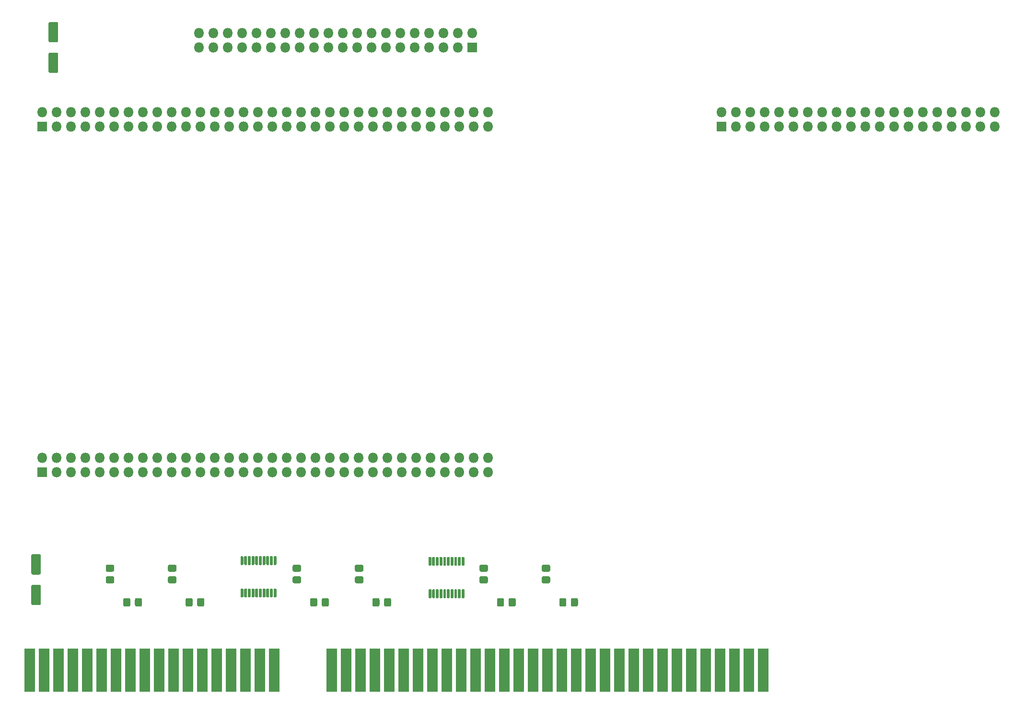
<source format=gbr>
%TF.GenerationSoftware,KiCad,Pcbnew,5.1.6-c6e7f7d~86~ubuntu18.04.1*%
%TF.CreationDate,2021-02-18T21:08:59+08:00*%
%TF.ProjectId,amiga_ocs,616d6967-615f-46f6-9373-2e6b69636164,rev?*%
%TF.SameCoordinates,Original*%
%TF.FileFunction,Soldermask,Top*%
%TF.FilePolarity,Negative*%
%FSLAX46Y46*%
G04 Gerber Fmt 4.6, Leading zero omitted, Abs format (unit mm)*
G04 Created by KiCad (PCBNEW 5.1.6-c6e7f7d~86~ubuntu18.04.1) date 2021-02-18 21:08:59*
%MOMM*%
%LPD*%
G01*
G04 APERTURE LIST*
%ADD10O,1.800000X1.800000*%
%ADD11R,1.800000X1.800000*%
%ADD12R,1.880000X7.720000*%
G04 APERTURE END LIST*
D10*
%TO.C,J5*%
X210260000Y-45460000D03*
X210260000Y-48000000D03*
X207720000Y-45460000D03*
X207720000Y-48000000D03*
X205180000Y-45460000D03*
X205180000Y-48000000D03*
X202640000Y-45460000D03*
X202640000Y-48000000D03*
X200100000Y-45460000D03*
X200100000Y-48000000D03*
X197560000Y-45460000D03*
X197560000Y-48000000D03*
X195020000Y-45460000D03*
X195020000Y-48000000D03*
X192480000Y-45460000D03*
X192480000Y-48000000D03*
X189940000Y-45460000D03*
X189940000Y-48000000D03*
X187400000Y-45460000D03*
X187400000Y-48000000D03*
X184860000Y-45460000D03*
X184860000Y-48000000D03*
X182320000Y-45460000D03*
X182320000Y-48000000D03*
X179780000Y-45460000D03*
X179780000Y-48000000D03*
X177240000Y-45460000D03*
X177240000Y-48000000D03*
X174700000Y-45460000D03*
X174700000Y-48000000D03*
X172160000Y-45460000D03*
X172160000Y-48000000D03*
X169620000Y-45460000D03*
X169620000Y-48000000D03*
X167080000Y-45460000D03*
X167080000Y-48000000D03*
X164540000Y-45460000D03*
X164540000Y-48000000D03*
X162000000Y-45460000D03*
D11*
X162000000Y-48000000D03*
%TD*%
%TO.C,C18*%
G36*
G01*
X87478262Y-126600000D02*
X86521738Y-126600000D01*
G75*
G02*
X86250000Y-126328262I0J271738D01*
G01*
X86250000Y-125621738D01*
G75*
G02*
X86521738Y-125350000I271738J0D01*
G01*
X87478262Y-125350000D01*
G75*
G02*
X87750000Y-125621738I0J-271738D01*
G01*
X87750000Y-126328262D01*
G75*
G02*
X87478262Y-126600000I-271738J0D01*
G01*
G37*
G36*
G01*
X87478262Y-128650000D02*
X86521738Y-128650000D01*
G75*
G02*
X86250000Y-128378262I0J271738D01*
G01*
X86250000Y-127671738D01*
G75*
G02*
X86521738Y-127400000I271738J0D01*
G01*
X87478262Y-127400000D01*
G75*
G02*
X87750000Y-127671738I0J-271738D01*
G01*
X87750000Y-128378262D01*
G75*
G02*
X87478262Y-128650000I-271738J0D01*
G01*
G37*
%TD*%
%TO.C,C17*%
G36*
G01*
X98478262Y-126600000D02*
X97521738Y-126600000D01*
G75*
G02*
X97250000Y-126328262I0J271738D01*
G01*
X97250000Y-125621738D01*
G75*
G02*
X97521738Y-125350000I271738J0D01*
G01*
X98478262Y-125350000D01*
G75*
G02*
X98750000Y-125621738I0J-271738D01*
G01*
X98750000Y-126328262D01*
G75*
G02*
X98478262Y-126600000I-271738J0D01*
G01*
G37*
G36*
G01*
X98478262Y-128650000D02*
X97521738Y-128650000D01*
G75*
G02*
X97250000Y-128378262I0J271738D01*
G01*
X97250000Y-127671738D01*
G75*
G02*
X97521738Y-127400000I271738J0D01*
G01*
X98478262Y-127400000D01*
G75*
G02*
X98750000Y-127671738I0J-271738D01*
G01*
X98750000Y-128378262D01*
G75*
G02*
X98478262Y-128650000I-271738J0D01*
G01*
G37*
%TD*%
%TO.C,C16*%
G36*
G01*
X120478262Y-126600000D02*
X119521738Y-126600000D01*
G75*
G02*
X119250000Y-126328262I0J271738D01*
G01*
X119250000Y-125621738D01*
G75*
G02*
X119521738Y-125350000I271738J0D01*
G01*
X120478262Y-125350000D01*
G75*
G02*
X120750000Y-125621738I0J-271738D01*
G01*
X120750000Y-126328262D01*
G75*
G02*
X120478262Y-126600000I-271738J0D01*
G01*
G37*
G36*
G01*
X120478262Y-128650000D02*
X119521738Y-128650000D01*
G75*
G02*
X119250000Y-128378262I0J271738D01*
G01*
X119250000Y-127671738D01*
G75*
G02*
X119521738Y-127400000I271738J0D01*
G01*
X120478262Y-127400000D01*
G75*
G02*
X120750000Y-127671738I0J-271738D01*
G01*
X120750000Y-128378262D01*
G75*
G02*
X120478262Y-128650000I-271738J0D01*
G01*
G37*
%TD*%
%TO.C,C15*%
G36*
G01*
X131478262Y-126600000D02*
X130521738Y-126600000D01*
G75*
G02*
X130250000Y-126328262I0J271738D01*
G01*
X130250000Y-125621738D01*
G75*
G02*
X130521738Y-125350000I271738J0D01*
G01*
X131478262Y-125350000D01*
G75*
G02*
X131750000Y-125621738I0J-271738D01*
G01*
X131750000Y-126328262D01*
G75*
G02*
X131478262Y-126600000I-271738J0D01*
G01*
G37*
G36*
G01*
X131478262Y-128650000D02*
X130521738Y-128650000D01*
G75*
G02*
X130250000Y-128378262I0J271738D01*
G01*
X130250000Y-127671738D01*
G75*
G02*
X130521738Y-127400000I271738J0D01*
G01*
X131478262Y-127400000D01*
G75*
G02*
X131750000Y-127671738I0J-271738D01*
G01*
X131750000Y-128378262D01*
G75*
G02*
X131478262Y-128650000I-271738J0D01*
G01*
G37*
%TD*%
%TO.C,C12*%
G36*
G01*
X65478262Y-126600000D02*
X64521738Y-126600000D01*
G75*
G02*
X64250000Y-126328262I0J271738D01*
G01*
X64250000Y-125621738D01*
G75*
G02*
X64521738Y-125350000I271738J0D01*
G01*
X65478262Y-125350000D01*
G75*
G02*
X65750000Y-125621738I0J-271738D01*
G01*
X65750000Y-126328262D01*
G75*
G02*
X65478262Y-126600000I-271738J0D01*
G01*
G37*
G36*
G01*
X65478262Y-128650000D02*
X64521738Y-128650000D01*
G75*
G02*
X64250000Y-128378262I0J271738D01*
G01*
X64250000Y-127671738D01*
G75*
G02*
X64521738Y-127400000I271738J0D01*
G01*
X65478262Y-127400000D01*
G75*
G02*
X65750000Y-127671738I0J-271738D01*
G01*
X65750000Y-128378262D01*
G75*
G02*
X65478262Y-128650000I-271738J0D01*
G01*
G37*
%TD*%
%TO.C,C11*%
G36*
G01*
X53521738Y-127400000D02*
X54478262Y-127400000D01*
G75*
G02*
X54750000Y-127671738I0J-271738D01*
G01*
X54750000Y-128378262D01*
G75*
G02*
X54478262Y-128650000I-271738J0D01*
G01*
X53521738Y-128650000D01*
G75*
G02*
X53250000Y-128378262I0J271738D01*
G01*
X53250000Y-127671738D01*
G75*
G02*
X53521738Y-127400000I271738J0D01*
G01*
G37*
G36*
G01*
X53521738Y-125350000D02*
X54478262Y-125350000D01*
G75*
G02*
X54750000Y-125621738I0J-271738D01*
G01*
X54750000Y-126328262D01*
G75*
G02*
X54478262Y-126600000I-271738J0D01*
G01*
X53521738Y-126600000D01*
G75*
G02*
X53250000Y-126328262I0J271738D01*
G01*
X53250000Y-125621738D01*
G75*
G02*
X53521738Y-125350000I271738J0D01*
G01*
G37*
%TD*%
%TO.C,C10*%
G36*
G01*
X43415625Y-34900000D02*
X44584375Y-34900000D01*
G75*
G02*
X44850000Y-35165625I0J-265625D01*
G01*
X44850000Y-38234375D01*
G75*
G02*
X44584375Y-38500000I-265625J0D01*
G01*
X43415625Y-38500000D01*
G75*
G02*
X43150000Y-38234375I0J265625D01*
G01*
X43150000Y-35165625D01*
G75*
G02*
X43415625Y-34900000I265625J0D01*
G01*
G37*
G36*
G01*
X43415625Y-29500000D02*
X44584375Y-29500000D01*
G75*
G02*
X44850000Y-29765625I0J-265625D01*
G01*
X44850000Y-32834375D01*
G75*
G02*
X44584375Y-33100000I-265625J0D01*
G01*
X43415625Y-33100000D01*
G75*
G02*
X43150000Y-32834375I0J265625D01*
G01*
X43150000Y-29765625D01*
G75*
G02*
X43415625Y-29500000I265625J0D01*
G01*
G37*
%TD*%
%TO.C,C9*%
G36*
G01*
X135400000Y-132478262D02*
X135400000Y-131521738D01*
G75*
G02*
X135671738Y-131250000I271738J0D01*
G01*
X136378262Y-131250000D01*
G75*
G02*
X136650000Y-131521738I0J-271738D01*
G01*
X136650000Y-132478262D01*
G75*
G02*
X136378262Y-132750000I-271738J0D01*
G01*
X135671738Y-132750000D01*
G75*
G02*
X135400000Y-132478262I0J271738D01*
G01*
G37*
G36*
G01*
X133350000Y-132478262D02*
X133350000Y-131521738D01*
G75*
G02*
X133621738Y-131250000I271738J0D01*
G01*
X134328262Y-131250000D01*
G75*
G02*
X134600000Y-131521738I0J-271738D01*
G01*
X134600000Y-132478262D01*
G75*
G02*
X134328262Y-132750000I-271738J0D01*
G01*
X133621738Y-132750000D01*
G75*
G02*
X133350000Y-132478262I0J271738D01*
G01*
G37*
%TD*%
%TO.C,C8*%
G36*
G01*
X124400000Y-132478262D02*
X124400000Y-131521738D01*
G75*
G02*
X124671738Y-131250000I271738J0D01*
G01*
X125378262Y-131250000D01*
G75*
G02*
X125650000Y-131521738I0J-271738D01*
G01*
X125650000Y-132478262D01*
G75*
G02*
X125378262Y-132750000I-271738J0D01*
G01*
X124671738Y-132750000D01*
G75*
G02*
X124400000Y-132478262I0J271738D01*
G01*
G37*
G36*
G01*
X122350000Y-132478262D02*
X122350000Y-131521738D01*
G75*
G02*
X122621738Y-131250000I271738J0D01*
G01*
X123328262Y-131250000D01*
G75*
G02*
X123600000Y-131521738I0J-271738D01*
G01*
X123600000Y-132478262D01*
G75*
G02*
X123328262Y-132750000I-271738J0D01*
G01*
X122621738Y-132750000D01*
G75*
G02*
X122350000Y-132478262I0J271738D01*
G01*
G37*
%TD*%
%TO.C,C7*%
G36*
G01*
X102400000Y-132478262D02*
X102400000Y-131521738D01*
G75*
G02*
X102671738Y-131250000I271738J0D01*
G01*
X103378262Y-131250000D01*
G75*
G02*
X103650000Y-131521738I0J-271738D01*
G01*
X103650000Y-132478262D01*
G75*
G02*
X103378262Y-132750000I-271738J0D01*
G01*
X102671738Y-132750000D01*
G75*
G02*
X102400000Y-132478262I0J271738D01*
G01*
G37*
G36*
G01*
X100350000Y-132478262D02*
X100350000Y-131521738D01*
G75*
G02*
X100621738Y-131250000I271738J0D01*
G01*
X101328262Y-131250000D01*
G75*
G02*
X101600000Y-131521738I0J-271738D01*
G01*
X101600000Y-132478262D01*
G75*
G02*
X101328262Y-132750000I-271738J0D01*
G01*
X100621738Y-132750000D01*
G75*
G02*
X100350000Y-132478262I0J271738D01*
G01*
G37*
%TD*%
%TO.C,C6*%
G36*
G01*
X91400000Y-132478262D02*
X91400000Y-131521738D01*
G75*
G02*
X91671738Y-131250000I271738J0D01*
G01*
X92378262Y-131250000D01*
G75*
G02*
X92650000Y-131521738I0J-271738D01*
G01*
X92650000Y-132478262D01*
G75*
G02*
X92378262Y-132750000I-271738J0D01*
G01*
X91671738Y-132750000D01*
G75*
G02*
X91400000Y-132478262I0J271738D01*
G01*
G37*
G36*
G01*
X89350000Y-132478262D02*
X89350000Y-131521738D01*
G75*
G02*
X89621738Y-131250000I271738J0D01*
G01*
X90328262Y-131250000D01*
G75*
G02*
X90600000Y-131521738I0J-271738D01*
G01*
X90600000Y-132478262D01*
G75*
G02*
X90328262Y-132750000I-271738J0D01*
G01*
X89621738Y-132750000D01*
G75*
G02*
X89350000Y-132478262I0J271738D01*
G01*
G37*
%TD*%
%TO.C,C3*%
G36*
G01*
X69400000Y-132478262D02*
X69400000Y-131521738D01*
G75*
G02*
X69671738Y-131250000I271738J0D01*
G01*
X70378262Y-131250000D01*
G75*
G02*
X70650000Y-131521738I0J-271738D01*
G01*
X70650000Y-132478262D01*
G75*
G02*
X70378262Y-132750000I-271738J0D01*
G01*
X69671738Y-132750000D01*
G75*
G02*
X69400000Y-132478262I0J271738D01*
G01*
G37*
G36*
G01*
X67350000Y-132478262D02*
X67350000Y-131521738D01*
G75*
G02*
X67621738Y-131250000I271738J0D01*
G01*
X68328262Y-131250000D01*
G75*
G02*
X68600000Y-131521738I0J-271738D01*
G01*
X68600000Y-132478262D01*
G75*
G02*
X68328262Y-132750000I-271738J0D01*
G01*
X67621738Y-132750000D01*
G75*
G02*
X67350000Y-132478262I0J271738D01*
G01*
G37*
%TD*%
%TO.C,C2*%
G36*
G01*
X58400000Y-132478262D02*
X58400000Y-131521738D01*
G75*
G02*
X58671738Y-131250000I271738J0D01*
G01*
X59378262Y-131250000D01*
G75*
G02*
X59650000Y-131521738I0J-271738D01*
G01*
X59650000Y-132478262D01*
G75*
G02*
X59378262Y-132750000I-271738J0D01*
G01*
X58671738Y-132750000D01*
G75*
G02*
X58400000Y-132478262I0J271738D01*
G01*
G37*
G36*
G01*
X56350000Y-132478262D02*
X56350000Y-131521738D01*
G75*
G02*
X56621738Y-131250000I271738J0D01*
G01*
X57328262Y-131250000D01*
G75*
G02*
X57600000Y-131521738I0J-271738D01*
G01*
X57600000Y-132478262D01*
G75*
G02*
X57328262Y-132750000I-271738J0D01*
G01*
X56621738Y-132750000D01*
G75*
G02*
X56350000Y-132478262I0J271738D01*
G01*
G37*
%TD*%
%TO.C,C1*%
G36*
G01*
X40360625Y-128899000D02*
X41529375Y-128899000D01*
G75*
G02*
X41795000Y-129164625I0J-265625D01*
G01*
X41795000Y-132233375D01*
G75*
G02*
X41529375Y-132499000I-265625J0D01*
G01*
X40360625Y-132499000D01*
G75*
G02*
X40095000Y-132233375I0J265625D01*
G01*
X40095000Y-129164625D01*
G75*
G02*
X40360625Y-128899000I265625J0D01*
G01*
G37*
G36*
G01*
X40360625Y-123499000D02*
X41529375Y-123499000D01*
G75*
G02*
X41795000Y-123764625I0J-265625D01*
G01*
X41795000Y-126833375D01*
G75*
G02*
X41529375Y-127099000I-265625J0D01*
G01*
X40360625Y-127099000D01*
G75*
G02*
X40095000Y-126833375I0J265625D01*
G01*
X40095000Y-123764625D01*
G75*
G02*
X40360625Y-123499000I265625J0D01*
G01*
G37*
%TD*%
D12*
%TO.C,J1*%
X39824000Y-144000000D03*
X42364000Y-144000000D03*
X44904000Y-144000000D03*
X47444000Y-144000000D03*
X49984000Y-144000000D03*
X52524000Y-144000000D03*
X55064000Y-144000000D03*
X57604000Y-144000000D03*
X60144000Y-144000000D03*
X62684000Y-144000000D03*
X65224000Y-144000000D03*
X67764000Y-144000000D03*
X70304000Y-144000000D03*
X72844000Y-144000000D03*
X75384000Y-144000000D03*
X77924000Y-144000000D03*
X80464000Y-144000000D03*
X83004000Y-144000000D03*
X93164000Y-144000000D03*
X95704000Y-144000000D03*
X98244000Y-144000000D03*
X100784000Y-144000000D03*
X103324000Y-144000000D03*
X105864000Y-144000000D03*
X108404000Y-144000000D03*
X110944000Y-144000000D03*
X113484000Y-144000000D03*
X116024000Y-144000000D03*
X118564000Y-144000000D03*
X121104000Y-144000000D03*
X123644000Y-144000000D03*
X126184000Y-144000000D03*
X128724000Y-144000000D03*
X131264000Y-144000000D03*
X133804000Y-144000000D03*
X136344000Y-144000000D03*
X138884000Y-144000000D03*
X141424000Y-144000000D03*
X143964000Y-144000000D03*
X146504000Y-144000000D03*
X149044000Y-144000000D03*
X151584000Y-144000000D03*
X154124000Y-144000000D03*
X156664000Y-144000000D03*
X159204000Y-144000000D03*
X161744000Y-144000000D03*
X164284000Y-144000000D03*
X166824000Y-144000000D03*
X169364000Y-144000000D03*
%TD*%
D10*
%TO.C,J2*%
X120740000Y-106460000D03*
X120740000Y-109000000D03*
X118200000Y-106460000D03*
X118200000Y-109000000D03*
X115660000Y-106460000D03*
X115660000Y-109000000D03*
X113120000Y-106460000D03*
X113120000Y-109000000D03*
X110580000Y-106460000D03*
X110580000Y-109000000D03*
X108040000Y-106460000D03*
X108040000Y-109000000D03*
X105500000Y-106460000D03*
X105500000Y-109000000D03*
X102960000Y-106460000D03*
X102960000Y-109000000D03*
X100420000Y-106460000D03*
X100420000Y-109000000D03*
X97880000Y-106460000D03*
X97880000Y-109000000D03*
X95340000Y-106460000D03*
X95340000Y-109000000D03*
X92800000Y-106460000D03*
X92800000Y-109000000D03*
X90260000Y-106460000D03*
X90260000Y-109000000D03*
X87720000Y-106460000D03*
X87720000Y-109000000D03*
X85180000Y-106460000D03*
X85180000Y-109000000D03*
X82640000Y-106460000D03*
X82640000Y-109000000D03*
X80100000Y-106460000D03*
X80100000Y-109000000D03*
X77560000Y-106460000D03*
X77560000Y-109000000D03*
X75020000Y-106460000D03*
X75020000Y-109000000D03*
X72480000Y-106460000D03*
X72480000Y-109000000D03*
X69940000Y-106460000D03*
X69940000Y-109000000D03*
X67400000Y-106460000D03*
X67400000Y-109000000D03*
X64860000Y-106460000D03*
X64860000Y-109000000D03*
X62320000Y-106460000D03*
X62320000Y-109000000D03*
X59780000Y-106460000D03*
X59780000Y-109000000D03*
X57240000Y-106460000D03*
X57240000Y-109000000D03*
X54700000Y-106460000D03*
X54700000Y-109000000D03*
X52160000Y-106460000D03*
X52160000Y-109000000D03*
X49620000Y-106460000D03*
X49620000Y-109000000D03*
X47080000Y-106460000D03*
X47080000Y-109000000D03*
X44540000Y-106460000D03*
X44540000Y-109000000D03*
X42000000Y-106460000D03*
D11*
X42000000Y-109000000D03*
%TD*%
D10*
%TO.C,J3*%
X120740000Y-45460000D03*
X120740000Y-48000000D03*
X118200000Y-45460000D03*
X118200000Y-48000000D03*
X115660000Y-45460000D03*
X115660000Y-48000000D03*
X113120000Y-45460000D03*
X113120000Y-48000000D03*
X110580000Y-45460000D03*
X110580000Y-48000000D03*
X108040000Y-45460000D03*
X108040000Y-48000000D03*
X105500000Y-45460000D03*
X105500000Y-48000000D03*
X102960000Y-45460000D03*
X102960000Y-48000000D03*
X100420000Y-45460000D03*
X100420000Y-48000000D03*
X97880000Y-45460000D03*
X97880000Y-48000000D03*
X95340000Y-45460000D03*
X95340000Y-48000000D03*
X92800000Y-45460000D03*
X92800000Y-48000000D03*
X90260000Y-45460000D03*
X90260000Y-48000000D03*
X87720000Y-45460000D03*
X87720000Y-48000000D03*
X85180000Y-45460000D03*
X85180000Y-48000000D03*
X82640000Y-45460000D03*
X82640000Y-48000000D03*
X80100000Y-45460000D03*
X80100000Y-48000000D03*
X77560000Y-45460000D03*
X77560000Y-48000000D03*
X75020000Y-45460000D03*
X75020000Y-48000000D03*
X72480000Y-45460000D03*
X72480000Y-48000000D03*
X69940000Y-45460000D03*
X69940000Y-48000000D03*
X67400000Y-45460000D03*
X67400000Y-48000000D03*
X64860000Y-45460000D03*
X64860000Y-48000000D03*
X62320000Y-45460000D03*
X62320000Y-48000000D03*
X59780000Y-45460000D03*
X59780000Y-48000000D03*
X57240000Y-45460000D03*
X57240000Y-48000000D03*
X54700000Y-45460000D03*
X54700000Y-48000000D03*
X52160000Y-45460000D03*
X52160000Y-48000000D03*
X49620000Y-45460000D03*
X49620000Y-48000000D03*
X47080000Y-45460000D03*
X47080000Y-48000000D03*
X44540000Y-45460000D03*
X44540000Y-48000000D03*
X42000000Y-45460000D03*
D11*
X42000000Y-48000000D03*
%TD*%
D10*
%TO.C,J4*%
X69740000Y-31460000D03*
X69740000Y-34000000D03*
X72280000Y-31460000D03*
X72280000Y-34000000D03*
X74820000Y-31460000D03*
X74820000Y-34000000D03*
X77360000Y-31460000D03*
X77360000Y-34000000D03*
X79900000Y-31460000D03*
X79900000Y-34000000D03*
X82440000Y-31460000D03*
X82440000Y-34000000D03*
X84980000Y-31460000D03*
X84980000Y-34000000D03*
X87520000Y-31460000D03*
X87520000Y-34000000D03*
X90060000Y-31460000D03*
X90060000Y-34000000D03*
X92600000Y-31460000D03*
X92600000Y-34000000D03*
X95140000Y-31460000D03*
X95140000Y-34000000D03*
X97680000Y-31460000D03*
X97680000Y-34000000D03*
X100220000Y-31460000D03*
X100220000Y-34000000D03*
X102760000Y-31460000D03*
X102760000Y-34000000D03*
X105300000Y-31460000D03*
X105300000Y-34000000D03*
X107840000Y-31460000D03*
X107840000Y-34000000D03*
X110380000Y-31460000D03*
X110380000Y-34000000D03*
X112920000Y-31460000D03*
X112920000Y-34000000D03*
X115460000Y-31460000D03*
X115460000Y-34000000D03*
X118000000Y-31460000D03*
D11*
X118000000Y-34000000D03*
%TD*%
%TO.C,U1*%
G36*
G01*
X83024300Y-129566000D02*
X83274300Y-129566000D01*
G75*
G02*
X83399300Y-129691000I0J-125000D01*
G01*
X83399300Y-131016000D01*
G75*
G02*
X83274300Y-131141000I-125000J0D01*
G01*
X83024300Y-131141000D01*
G75*
G02*
X82899300Y-131016000I0J125000D01*
G01*
X82899300Y-129691000D01*
G75*
G02*
X83024300Y-129566000I125000J0D01*
G01*
G37*
G36*
G01*
X82374300Y-129566000D02*
X82624300Y-129566000D01*
G75*
G02*
X82749300Y-129691000I0J-125000D01*
G01*
X82749300Y-131016000D01*
G75*
G02*
X82624300Y-131141000I-125000J0D01*
G01*
X82374300Y-131141000D01*
G75*
G02*
X82249300Y-131016000I0J125000D01*
G01*
X82249300Y-129691000D01*
G75*
G02*
X82374300Y-129566000I125000J0D01*
G01*
G37*
G36*
G01*
X81724300Y-129566000D02*
X81974300Y-129566000D01*
G75*
G02*
X82099300Y-129691000I0J-125000D01*
G01*
X82099300Y-131016000D01*
G75*
G02*
X81974300Y-131141000I-125000J0D01*
G01*
X81724300Y-131141000D01*
G75*
G02*
X81599300Y-131016000I0J125000D01*
G01*
X81599300Y-129691000D01*
G75*
G02*
X81724300Y-129566000I125000J0D01*
G01*
G37*
G36*
G01*
X81074300Y-129566000D02*
X81324300Y-129566000D01*
G75*
G02*
X81449300Y-129691000I0J-125000D01*
G01*
X81449300Y-131016000D01*
G75*
G02*
X81324300Y-131141000I-125000J0D01*
G01*
X81074300Y-131141000D01*
G75*
G02*
X80949300Y-131016000I0J125000D01*
G01*
X80949300Y-129691000D01*
G75*
G02*
X81074300Y-129566000I125000J0D01*
G01*
G37*
G36*
G01*
X80424300Y-129566000D02*
X80674300Y-129566000D01*
G75*
G02*
X80799300Y-129691000I0J-125000D01*
G01*
X80799300Y-131016000D01*
G75*
G02*
X80674300Y-131141000I-125000J0D01*
G01*
X80424300Y-131141000D01*
G75*
G02*
X80299300Y-131016000I0J125000D01*
G01*
X80299300Y-129691000D01*
G75*
G02*
X80424300Y-129566000I125000J0D01*
G01*
G37*
G36*
G01*
X79774300Y-129566000D02*
X80024300Y-129566000D01*
G75*
G02*
X80149300Y-129691000I0J-125000D01*
G01*
X80149300Y-131016000D01*
G75*
G02*
X80024300Y-131141000I-125000J0D01*
G01*
X79774300Y-131141000D01*
G75*
G02*
X79649300Y-131016000I0J125000D01*
G01*
X79649300Y-129691000D01*
G75*
G02*
X79774300Y-129566000I125000J0D01*
G01*
G37*
G36*
G01*
X79124300Y-129566000D02*
X79374300Y-129566000D01*
G75*
G02*
X79499300Y-129691000I0J-125000D01*
G01*
X79499300Y-131016000D01*
G75*
G02*
X79374300Y-131141000I-125000J0D01*
G01*
X79124300Y-131141000D01*
G75*
G02*
X78999300Y-131016000I0J125000D01*
G01*
X78999300Y-129691000D01*
G75*
G02*
X79124300Y-129566000I125000J0D01*
G01*
G37*
G36*
G01*
X78474300Y-129566000D02*
X78724300Y-129566000D01*
G75*
G02*
X78849300Y-129691000I0J-125000D01*
G01*
X78849300Y-131016000D01*
G75*
G02*
X78724300Y-131141000I-125000J0D01*
G01*
X78474300Y-131141000D01*
G75*
G02*
X78349300Y-131016000I0J125000D01*
G01*
X78349300Y-129691000D01*
G75*
G02*
X78474300Y-129566000I125000J0D01*
G01*
G37*
G36*
G01*
X77824300Y-129566000D02*
X78074300Y-129566000D01*
G75*
G02*
X78199300Y-129691000I0J-125000D01*
G01*
X78199300Y-131016000D01*
G75*
G02*
X78074300Y-131141000I-125000J0D01*
G01*
X77824300Y-131141000D01*
G75*
G02*
X77699300Y-131016000I0J125000D01*
G01*
X77699300Y-129691000D01*
G75*
G02*
X77824300Y-129566000I125000J0D01*
G01*
G37*
G36*
G01*
X77174300Y-129566000D02*
X77424300Y-129566000D01*
G75*
G02*
X77549300Y-129691000I0J-125000D01*
G01*
X77549300Y-131016000D01*
G75*
G02*
X77424300Y-131141000I-125000J0D01*
G01*
X77174300Y-131141000D01*
G75*
G02*
X77049300Y-131016000I0J125000D01*
G01*
X77049300Y-129691000D01*
G75*
G02*
X77174300Y-129566000I125000J0D01*
G01*
G37*
G36*
G01*
X77174300Y-123841000D02*
X77424300Y-123841000D01*
G75*
G02*
X77549300Y-123966000I0J-125000D01*
G01*
X77549300Y-125291000D01*
G75*
G02*
X77424300Y-125416000I-125000J0D01*
G01*
X77174300Y-125416000D01*
G75*
G02*
X77049300Y-125291000I0J125000D01*
G01*
X77049300Y-123966000D01*
G75*
G02*
X77174300Y-123841000I125000J0D01*
G01*
G37*
G36*
G01*
X77824300Y-123841000D02*
X78074300Y-123841000D01*
G75*
G02*
X78199300Y-123966000I0J-125000D01*
G01*
X78199300Y-125291000D01*
G75*
G02*
X78074300Y-125416000I-125000J0D01*
G01*
X77824300Y-125416000D01*
G75*
G02*
X77699300Y-125291000I0J125000D01*
G01*
X77699300Y-123966000D01*
G75*
G02*
X77824300Y-123841000I125000J0D01*
G01*
G37*
G36*
G01*
X78474300Y-123841000D02*
X78724300Y-123841000D01*
G75*
G02*
X78849300Y-123966000I0J-125000D01*
G01*
X78849300Y-125291000D01*
G75*
G02*
X78724300Y-125416000I-125000J0D01*
G01*
X78474300Y-125416000D01*
G75*
G02*
X78349300Y-125291000I0J125000D01*
G01*
X78349300Y-123966000D01*
G75*
G02*
X78474300Y-123841000I125000J0D01*
G01*
G37*
G36*
G01*
X79124300Y-123841000D02*
X79374300Y-123841000D01*
G75*
G02*
X79499300Y-123966000I0J-125000D01*
G01*
X79499300Y-125291000D01*
G75*
G02*
X79374300Y-125416000I-125000J0D01*
G01*
X79124300Y-125416000D01*
G75*
G02*
X78999300Y-125291000I0J125000D01*
G01*
X78999300Y-123966000D01*
G75*
G02*
X79124300Y-123841000I125000J0D01*
G01*
G37*
G36*
G01*
X79774300Y-123841000D02*
X80024300Y-123841000D01*
G75*
G02*
X80149300Y-123966000I0J-125000D01*
G01*
X80149300Y-125291000D01*
G75*
G02*
X80024300Y-125416000I-125000J0D01*
G01*
X79774300Y-125416000D01*
G75*
G02*
X79649300Y-125291000I0J125000D01*
G01*
X79649300Y-123966000D01*
G75*
G02*
X79774300Y-123841000I125000J0D01*
G01*
G37*
G36*
G01*
X80424300Y-123841000D02*
X80674300Y-123841000D01*
G75*
G02*
X80799300Y-123966000I0J-125000D01*
G01*
X80799300Y-125291000D01*
G75*
G02*
X80674300Y-125416000I-125000J0D01*
G01*
X80424300Y-125416000D01*
G75*
G02*
X80299300Y-125291000I0J125000D01*
G01*
X80299300Y-123966000D01*
G75*
G02*
X80424300Y-123841000I125000J0D01*
G01*
G37*
G36*
G01*
X81074300Y-123841000D02*
X81324300Y-123841000D01*
G75*
G02*
X81449300Y-123966000I0J-125000D01*
G01*
X81449300Y-125291000D01*
G75*
G02*
X81324300Y-125416000I-125000J0D01*
G01*
X81074300Y-125416000D01*
G75*
G02*
X80949300Y-125291000I0J125000D01*
G01*
X80949300Y-123966000D01*
G75*
G02*
X81074300Y-123841000I125000J0D01*
G01*
G37*
G36*
G01*
X81724300Y-123841000D02*
X81974300Y-123841000D01*
G75*
G02*
X82099300Y-123966000I0J-125000D01*
G01*
X82099300Y-125291000D01*
G75*
G02*
X81974300Y-125416000I-125000J0D01*
G01*
X81724300Y-125416000D01*
G75*
G02*
X81599300Y-125291000I0J125000D01*
G01*
X81599300Y-123966000D01*
G75*
G02*
X81724300Y-123841000I125000J0D01*
G01*
G37*
G36*
G01*
X82374300Y-123841000D02*
X82624300Y-123841000D01*
G75*
G02*
X82749300Y-123966000I0J-125000D01*
G01*
X82749300Y-125291000D01*
G75*
G02*
X82624300Y-125416000I-125000J0D01*
G01*
X82374300Y-125416000D01*
G75*
G02*
X82249300Y-125291000I0J125000D01*
G01*
X82249300Y-123966000D01*
G75*
G02*
X82374300Y-123841000I125000J0D01*
G01*
G37*
G36*
G01*
X83024300Y-123841000D02*
X83274300Y-123841000D01*
G75*
G02*
X83399300Y-123966000I0J-125000D01*
G01*
X83399300Y-125291000D01*
G75*
G02*
X83274300Y-125416000I-125000J0D01*
G01*
X83024300Y-125416000D01*
G75*
G02*
X82899300Y-125291000I0J125000D01*
G01*
X82899300Y-123966000D01*
G75*
G02*
X83024300Y-123841000I125000J0D01*
G01*
G37*
%TD*%
%TO.C,U2*%
G36*
G01*
X116226000Y-129693000D02*
X116476000Y-129693000D01*
G75*
G02*
X116601000Y-129818000I0J-125000D01*
G01*
X116601000Y-131143000D01*
G75*
G02*
X116476000Y-131268000I-125000J0D01*
G01*
X116226000Y-131268000D01*
G75*
G02*
X116101000Y-131143000I0J125000D01*
G01*
X116101000Y-129818000D01*
G75*
G02*
X116226000Y-129693000I125000J0D01*
G01*
G37*
G36*
G01*
X115576000Y-129693000D02*
X115826000Y-129693000D01*
G75*
G02*
X115951000Y-129818000I0J-125000D01*
G01*
X115951000Y-131143000D01*
G75*
G02*
X115826000Y-131268000I-125000J0D01*
G01*
X115576000Y-131268000D01*
G75*
G02*
X115451000Y-131143000I0J125000D01*
G01*
X115451000Y-129818000D01*
G75*
G02*
X115576000Y-129693000I125000J0D01*
G01*
G37*
G36*
G01*
X114926000Y-129693000D02*
X115176000Y-129693000D01*
G75*
G02*
X115301000Y-129818000I0J-125000D01*
G01*
X115301000Y-131143000D01*
G75*
G02*
X115176000Y-131268000I-125000J0D01*
G01*
X114926000Y-131268000D01*
G75*
G02*
X114801000Y-131143000I0J125000D01*
G01*
X114801000Y-129818000D01*
G75*
G02*
X114926000Y-129693000I125000J0D01*
G01*
G37*
G36*
G01*
X114276000Y-129693000D02*
X114526000Y-129693000D01*
G75*
G02*
X114651000Y-129818000I0J-125000D01*
G01*
X114651000Y-131143000D01*
G75*
G02*
X114526000Y-131268000I-125000J0D01*
G01*
X114276000Y-131268000D01*
G75*
G02*
X114151000Y-131143000I0J125000D01*
G01*
X114151000Y-129818000D01*
G75*
G02*
X114276000Y-129693000I125000J0D01*
G01*
G37*
G36*
G01*
X113626000Y-129693000D02*
X113876000Y-129693000D01*
G75*
G02*
X114001000Y-129818000I0J-125000D01*
G01*
X114001000Y-131143000D01*
G75*
G02*
X113876000Y-131268000I-125000J0D01*
G01*
X113626000Y-131268000D01*
G75*
G02*
X113501000Y-131143000I0J125000D01*
G01*
X113501000Y-129818000D01*
G75*
G02*
X113626000Y-129693000I125000J0D01*
G01*
G37*
G36*
G01*
X112976000Y-129693000D02*
X113226000Y-129693000D01*
G75*
G02*
X113351000Y-129818000I0J-125000D01*
G01*
X113351000Y-131143000D01*
G75*
G02*
X113226000Y-131268000I-125000J0D01*
G01*
X112976000Y-131268000D01*
G75*
G02*
X112851000Y-131143000I0J125000D01*
G01*
X112851000Y-129818000D01*
G75*
G02*
X112976000Y-129693000I125000J0D01*
G01*
G37*
G36*
G01*
X112326000Y-129693000D02*
X112576000Y-129693000D01*
G75*
G02*
X112701000Y-129818000I0J-125000D01*
G01*
X112701000Y-131143000D01*
G75*
G02*
X112576000Y-131268000I-125000J0D01*
G01*
X112326000Y-131268000D01*
G75*
G02*
X112201000Y-131143000I0J125000D01*
G01*
X112201000Y-129818000D01*
G75*
G02*
X112326000Y-129693000I125000J0D01*
G01*
G37*
G36*
G01*
X111676000Y-129693000D02*
X111926000Y-129693000D01*
G75*
G02*
X112051000Y-129818000I0J-125000D01*
G01*
X112051000Y-131143000D01*
G75*
G02*
X111926000Y-131268000I-125000J0D01*
G01*
X111676000Y-131268000D01*
G75*
G02*
X111551000Y-131143000I0J125000D01*
G01*
X111551000Y-129818000D01*
G75*
G02*
X111676000Y-129693000I125000J0D01*
G01*
G37*
G36*
G01*
X111026000Y-129693000D02*
X111276000Y-129693000D01*
G75*
G02*
X111401000Y-129818000I0J-125000D01*
G01*
X111401000Y-131143000D01*
G75*
G02*
X111276000Y-131268000I-125000J0D01*
G01*
X111026000Y-131268000D01*
G75*
G02*
X110901000Y-131143000I0J125000D01*
G01*
X110901000Y-129818000D01*
G75*
G02*
X111026000Y-129693000I125000J0D01*
G01*
G37*
G36*
G01*
X110376000Y-129693000D02*
X110626000Y-129693000D01*
G75*
G02*
X110751000Y-129818000I0J-125000D01*
G01*
X110751000Y-131143000D01*
G75*
G02*
X110626000Y-131268000I-125000J0D01*
G01*
X110376000Y-131268000D01*
G75*
G02*
X110251000Y-131143000I0J125000D01*
G01*
X110251000Y-129818000D01*
G75*
G02*
X110376000Y-129693000I125000J0D01*
G01*
G37*
G36*
G01*
X110376000Y-123968000D02*
X110626000Y-123968000D01*
G75*
G02*
X110751000Y-124093000I0J-125000D01*
G01*
X110751000Y-125418000D01*
G75*
G02*
X110626000Y-125543000I-125000J0D01*
G01*
X110376000Y-125543000D01*
G75*
G02*
X110251000Y-125418000I0J125000D01*
G01*
X110251000Y-124093000D01*
G75*
G02*
X110376000Y-123968000I125000J0D01*
G01*
G37*
G36*
G01*
X111026000Y-123968000D02*
X111276000Y-123968000D01*
G75*
G02*
X111401000Y-124093000I0J-125000D01*
G01*
X111401000Y-125418000D01*
G75*
G02*
X111276000Y-125543000I-125000J0D01*
G01*
X111026000Y-125543000D01*
G75*
G02*
X110901000Y-125418000I0J125000D01*
G01*
X110901000Y-124093000D01*
G75*
G02*
X111026000Y-123968000I125000J0D01*
G01*
G37*
G36*
G01*
X111676000Y-123968000D02*
X111926000Y-123968000D01*
G75*
G02*
X112051000Y-124093000I0J-125000D01*
G01*
X112051000Y-125418000D01*
G75*
G02*
X111926000Y-125543000I-125000J0D01*
G01*
X111676000Y-125543000D01*
G75*
G02*
X111551000Y-125418000I0J125000D01*
G01*
X111551000Y-124093000D01*
G75*
G02*
X111676000Y-123968000I125000J0D01*
G01*
G37*
G36*
G01*
X112326000Y-123968000D02*
X112576000Y-123968000D01*
G75*
G02*
X112701000Y-124093000I0J-125000D01*
G01*
X112701000Y-125418000D01*
G75*
G02*
X112576000Y-125543000I-125000J0D01*
G01*
X112326000Y-125543000D01*
G75*
G02*
X112201000Y-125418000I0J125000D01*
G01*
X112201000Y-124093000D01*
G75*
G02*
X112326000Y-123968000I125000J0D01*
G01*
G37*
G36*
G01*
X112976000Y-123968000D02*
X113226000Y-123968000D01*
G75*
G02*
X113351000Y-124093000I0J-125000D01*
G01*
X113351000Y-125418000D01*
G75*
G02*
X113226000Y-125543000I-125000J0D01*
G01*
X112976000Y-125543000D01*
G75*
G02*
X112851000Y-125418000I0J125000D01*
G01*
X112851000Y-124093000D01*
G75*
G02*
X112976000Y-123968000I125000J0D01*
G01*
G37*
G36*
G01*
X113626000Y-123968000D02*
X113876000Y-123968000D01*
G75*
G02*
X114001000Y-124093000I0J-125000D01*
G01*
X114001000Y-125418000D01*
G75*
G02*
X113876000Y-125543000I-125000J0D01*
G01*
X113626000Y-125543000D01*
G75*
G02*
X113501000Y-125418000I0J125000D01*
G01*
X113501000Y-124093000D01*
G75*
G02*
X113626000Y-123968000I125000J0D01*
G01*
G37*
G36*
G01*
X114276000Y-123968000D02*
X114526000Y-123968000D01*
G75*
G02*
X114651000Y-124093000I0J-125000D01*
G01*
X114651000Y-125418000D01*
G75*
G02*
X114526000Y-125543000I-125000J0D01*
G01*
X114276000Y-125543000D01*
G75*
G02*
X114151000Y-125418000I0J125000D01*
G01*
X114151000Y-124093000D01*
G75*
G02*
X114276000Y-123968000I125000J0D01*
G01*
G37*
G36*
G01*
X114926000Y-123968000D02*
X115176000Y-123968000D01*
G75*
G02*
X115301000Y-124093000I0J-125000D01*
G01*
X115301000Y-125418000D01*
G75*
G02*
X115176000Y-125543000I-125000J0D01*
G01*
X114926000Y-125543000D01*
G75*
G02*
X114801000Y-125418000I0J125000D01*
G01*
X114801000Y-124093000D01*
G75*
G02*
X114926000Y-123968000I125000J0D01*
G01*
G37*
G36*
G01*
X115576000Y-123968000D02*
X115826000Y-123968000D01*
G75*
G02*
X115951000Y-124093000I0J-125000D01*
G01*
X115951000Y-125418000D01*
G75*
G02*
X115826000Y-125543000I-125000J0D01*
G01*
X115576000Y-125543000D01*
G75*
G02*
X115451000Y-125418000I0J125000D01*
G01*
X115451000Y-124093000D01*
G75*
G02*
X115576000Y-123968000I125000J0D01*
G01*
G37*
G36*
G01*
X116226000Y-123968000D02*
X116476000Y-123968000D01*
G75*
G02*
X116601000Y-124093000I0J-125000D01*
G01*
X116601000Y-125418000D01*
G75*
G02*
X116476000Y-125543000I-125000J0D01*
G01*
X116226000Y-125543000D01*
G75*
G02*
X116101000Y-125418000I0J125000D01*
G01*
X116101000Y-124093000D01*
G75*
G02*
X116226000Y-123968000I125000J0D01*
G01*
G37*
%TD*%
M02*

</source>
